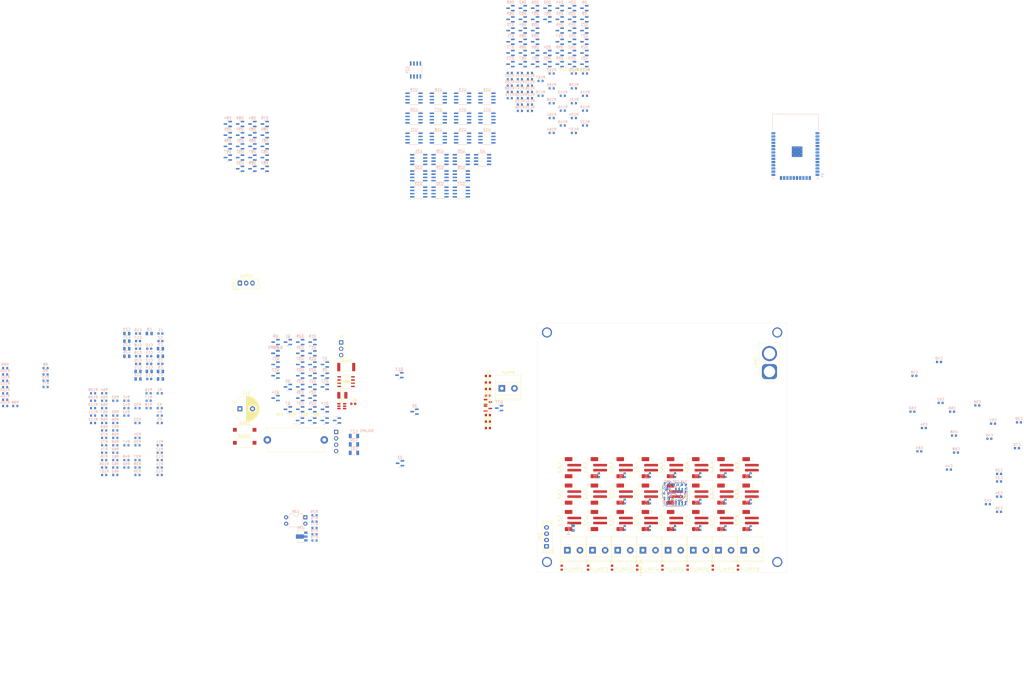
<source format=kicad_pcb>
(kicad_pcb (version 20221018) (generator pcbnew)
  (layers (0 "F.Cu" signal) (1 "In1.Cu" signal) (2 "In2.Cu" signal) (31 "B.Cu" signal) (34 "B.Paste" user) (35 "F.Paste" user) (36 "B.SilkS" user "B.Silkscreen") (37 "F.SilkS" user "F.Silkscreen") (38 "B.Mask" user) (39 "F.Mask" user) (44 "Edge.Cuts" user))
  (net 0 "")
  (net 1 "Net-(U4-IO0)")
  (net 2 "Net-(U4-EN)")
  (net 3 "12V")
  (net 5 "Net-(U6-VSENS-)")
  (net 6 "GND")
  (net 7 "Net-(S_A_1-Pin_1)")
  (net 8 "Net-(U10-CV)")
  (net 9 "Net-(D2-A)")
  (net 10 "Net-(D12-A)")
  (net 12 "3_3V")
  (net 13 "Temp")
  (net 15 "Net-(S_B_1-Pin_1)")
  (net 16 "Net-(D21-A)")
  (net 17 "Net-(U6-VAD)")
  (net 18 "Net-(U22-EN)")
  (net 19 "Net-(U22-BST)")
  (net 20 "Net-(U22-SW)")
  (net 21 "Net-(PUMP2-Pin_1)")
  (net 22 "PUMP_ENABLE")
  (net 23 "SENSORS_ENABLE")
  (net 24 "VCC_BATT")
  (net 25 "Net-(PUMP3-Pin_1)")
  (net 26 "Net-(PUMP4-Pin_1)")
  (net 27 "Net-(PUMP1-Pin_1)")
  (net 28 "Net-(PUMP5-Pin_1)")
  (net 29 "Net-(PUMP6-Pin_1)")
  (net 30 "Net-(PUMP7-Pin_1)")
  (net 31 "Net-(PUMP8-Pin_1)")
  (net 32 "SIGNAL_NEXT")
  (net 33 "SerialOut")
  (net 34 "Clock")
  (net 35 "Latch")
  (net 36 "Net-(Q1-G)")
  (net 37 "Net-(D13-A)")
  (net 38 "VCC")
  (net 40 "SOLAR_IN")
  (net 41 "Rsense+")
  (net 42 "ESP_RX")
  (net 43 "ESP_TX")
  (net 44 "Net-(Boot1-Pad2)")
  (net 45 "VCC_FUSED_ALWAYS")
  (net 46 "PWR_I2C")
  (net 47 "SDA")
  (net 48 "SCL")
  (net 50 "Net-(D26-A)")
  (net 51 "Net-(D10-K)")
  (net 52 "Net-(Q5-G)")
  (net 54 "Net-(Q7-G)")
  (net 55 "Net-(Q8-G)")
  (net 56 "Net-(Q9-G)")
  (net 57 "Net-(Q10-G)")
  (net 58 "Net-(Q11-G)")
  (net 59 "Net-(Q12-G)")
  (net 60 "Net-(Q12-D)")
  (net 61 "Net-(Q13-G)")
  (net 62 "Net-(Q14-G)")
  (net 63 "Net-(D78-A)")
  (net 64 "CentralPump")
  (net 65 "Net-(D79-A)")
  (net 66 "Net-(Q_PWR5-G)")
  (net 67 "Net-(C5-Pad2)")
  (net 68 "Net-(I2C2-A)")
  (net 70 "Net-(U11-CV)")
  (net 71 "Net-(D19-A)")
  (net 72 "PUMP1")
  (net 73 "Net-(PUMP_D1-A)")
  (net 74 "Net-(D23-A)")
  (net 75 "PUMP3")
  (net 76 "Net-(PUMP_D3-A)")
  (net 77 "Net-(D80-A)")
  (net 78 "Net-(R14-Pad2)")
  (net 79 "PUMP4")
  (net 80 "Net-(PUMP_D4-A)")
  (net 81 "PUMP5")
  (net 82 "Net-(PUMP_D5-A)")
  (net 83 "PUMP6")
  (net 84 "Net-(PUMP_D6-A)")
  (net 85 "PUMP7")
  (net 86 "Net-(PUMP_D7-A)")
  (net 87 "PUMP8")
  (net 88 "Net-(PUMP_D8-A)")
  (net 89 "PUMP2")
  (net 90 "Net-(PUMP_D2-A)")
  (net 110 "SIGNAL")
  (net 111 "SerialIn")
  (net 115 "SENSOR1_PUMP_END")
  (net 116 "SENSOR1_A")
  (net 117 "SENSOR1_B")
  (net 118 "SENSOR2_PUMP_END")
  (net 119 "SENSOR2_A")
  (net 120 "SENSOR2_B")
  (net 121 "SENSOR3_PUMP_END")
  (net 122 "SENSOR3_A")
  (net 123 "SENSOR3_B")
  (net 124 "SENSOR4_PUMP_END")
  (net 125 "SENSOR4_A")
  (net 126 "SENSOR4_B")
  (net 127 "SENSOR5_PUMP_END")
  (net 128 "SENSOR5_A")
  (net 129 "SENSOR5_B")
  (net 130 "SENSOR6_PUMP_END")
  (net 131 "SENSOR6_A")
  (net 132 "SENSOR6_B")
  (net 133 "SENSOR7_PUMP_END")
  (net 134 "SENSOR7_A")
  (net 135 "SENSOR7_B")
  (net 136 "SENSOR8_PUMP_END")
  (net 137 "SENSOR8_A")
  (net 138 "SENSOR8_B")
  (net 139 "Net-(D13-K)")
  (net 140 "Net-(R29-Pad2)")
  (net 141 "Net-(D10-A)")
  (net 142 "Net-(D2-K)")
  (net 143 "Net-(SD1-K)")
  (net 144 "Net-(S_P_2-Pin_1)")
  (net 145 "Net-(U12-CV)")
  (net 146 "Net-(S_A_2-Pin_1)")
  (net 147 "Net-(U13-CV)")
  (net 148 "Net-(U2-CV)")
  (net 149 "Net-(S_B_2-Pin_1)")
  (net 150 "Net-(U14-CV)")
  (net 151 "Net-(S_P_3-Pin_1)")
  (net 152 "Net-(U15-CV)")
  (net 153 "Net-(S_A_3-Pin_1)")
  (net 154 "Net-(U16-CV)")
  (net 155 "Net-(S_B_3-Pin_1)")
  (net 156 "Net-(U17-CV)")
  (net 157 "Net-(S_P_4-Pin_1)")
  (net 158 "Net-(U18-CV)")
  (net 159 "Net-(S_A_4-Pin_1)")
  (net 160 "Net-(U19-CV)")
  (net 161 "Net-(S_B_4-Pin_1)")
  (net 162 "Net-(U20-CV)")
  (net 163 "Net-(S_P_5-Pin_1)")
  (net 164 "Net-(U21-CV)")
  (net 165 "Net-(S_A_5-Pin_1)")
  (net 166 "Net-(U23-CV)")
  (net 167 "Net-(P_FAULT1-K)")
  (net 168 "Net-(P_FAULT2-K)")
  (net 169 "Net-(P_FAULT3-K)")
  (net 170 "Net-(P_FAULT4-K)")
  (net 171 "Net-(P_FAULT5-K)")
  (net 172 "Net-(P_FAULT6-K)")
  (net 173 "Net-(P_FAULT7-K)")
  (net 174 "Net-(P_FAULT8-K)")
  (net 175 "Net-(S_B_5-Pin_1)")
  (net 176 "Net-(U24-CV)")
  (net 177 "Net-(S_P_6-Pin_1)")
  (net 178 "Net-(U25-CV)")
  (net 179 "Net-(S_A_6-Pin_1)")
  (net 180 "Net-(U26-CV)")
  (net 181 "Net-(S_B_6-Pin_1)")
  (net 182 "Net-(U27-CV)")
  (net 183 "Net-(S_P_7-Pin_1)")
  (net 184 "Net-(U28-CV)")
  (net 185 "Net-(S_A_7-Pin_1)")
  (net 186 "Net-(U29-CV)")
  (net 187 "Net-(S_B_7-Pin_1)")
  (net 188 "Net-(U30-CV)")
  (net 189 "Net-(S_P_8-Pin_1)")
  (net 190 "Net-(U31-CV)")
  (net 191 "Net-(S_A_8-Pin_1)")
  (net 192 "Net-(U32-CV)")
  (net 193 "Net-(S_B_8-Pin_1)")
  (net 194 "Net-(U33-CV)")
  (net 195 "Net-(S_P_1-Pin_1)")
  (net 196 "Net-(S_P_1-Pin_2)")
  (net 197 "Net-(S_A_1-Pin_2)")
  (net 198 "Net-(S_B_1-Pin_2)")
  (net 199 "Net-(S_P_2-Pin_2)")
  (net 200 "Net-(S_A_2-Pin_2)")
  (net 201 "Net-(S_B_2-Pin_2)")
  (net 202 "Net-(S_P_3-Pin_2)")
  (net 203 "Net-(S_A_3-Pin_2)")
  (net 204 "Net-(S_B_3-Pin_2)")
  (net 205 "Net-(S_P_4-Pin_2)")
  (net 206 "Net-(S_A_4-Pin_2)")
  (net 207 "Net-(S_B_4-Pin_2)")
  (net 208 "Net-(S_P_5-Pin_2)")
  (net 209 "Net-(S_A_5-Pin_2)")
  (net 210 "Net-(S_B_5-Pin_2)")
  (net 211 "Net-(S_P_6-Pin_2)")
  (net 212 "Net-(S_A_6-Pin_2)")
  (net 213 "Net-(S_B_6-Pin_2)")
  (net 214 "Net-(S_P_7-Pin_2)")
  (net 215 "Net-(S_A_7-Pin_2)")
  (net 216 "Net-(S_B_7-Pin_2)")
  (net 217 "Net-(S_P_8-Pin_2)")
  (net 218 "Net-(S_A_8-Pin_2)")
  (net 219 "Net-(S_B_8-Pin_2)")
  (net 220 "Net-(D81-A)")
  (net 221 "Net-(SD25-K)")
  (net 223 "Net-(SD26-K)")
  (net 224 "Net-(D82-A)")
  (net 225 "Net-(SD27-K)")
  (net 227 "Net-(SD28-K)")
  (net 228 "Net-(D83-A)")
  (net 230 "Net-(SD29-K)")
  (net 231 "Net-(D84-A)")
  (net 232 "Net-(SD30-K)")
  (net 234 "Net-(SD31-K)")
  (net 235 "Net-(D85-A)")
  (net 236 "Net-(SD32-K)")
  (net 238 "Net-(SD33-K)")
  (net 239 "Net-(D86-A)")
  (net 240 "Net-(SD34-K)")
  (net 242 "Net-(SD35-K)")
  (net 243 "Net-(D87-A)")
  (net 244 "Net-(SD36-K)")
  (net 246 "Net-(SD37-K)")
  (net 247 "Net-(D88-A)")
  (net 248 "Net-(SD38-K)")
  (net 250 "Net-(SD39-K)")
  (net 251 "Net-(D89-A)")
  (net 252 "Net-(SD40-K)")
  (net 254 "Net-(SD41-K)")
  (net 255 "Net-(D90-A)")
  (net 256 "Net-(SD42-K)")
  (net 258 "Net-(SD43-K)")
  (net 259 "Net-(D91-A)")
  (net 260 "Net-(SD44-K)")
  (net 262 "Net-(SD45-K)")
  (net 263 "Net-(D92-A)")
  (net 264 "Net-(SD46-K)")
  (net 266 "Net-(SD47-K)")
  (net 291 "Net-(D74-K)")
  (net 292 "S_5V")
  (net 293 "Net-(D76-A)")
  (net 294 "Net-(R77-Pad2)")
  (net 295 "IsDay")
  (net 296 "Net-(R78-Pad2)")
  (net 297 "S_GND")
  (net 298 "S_VIN")
  (net 299 "Net-(D76-K)")
  (net 300 "Net-(D93-A)")
  (net 302 "Net-(D94-A)")
  (net 304 "Net-(D95-A)")
  (net 306 "Net-(D96-A)")
  (net 308 "Net-(D97-A)")
  (footprint "Button_Switch_SMD:SW_SPST_CK_RS282G05A3" (layer "F.Cu") (at 53.975 88.285)
    (fp_text reference "Reset1")
    (fp_text value "SW_Push")
  )
  (footprint "LED_SMD:LED_0603_1608Metric" (layer "F.Cu") (at 150.55 66.91)
    (fp_text reference "D10")
    (fp_text value "RED")
  )
  (footprint "Button_Switch_SMD:SW_SPST_CK_RS282G05A3" (layer "F.Cu") (at 53.975 83.135)
    (fp_text reference "Boot1")
    (fp_text value "Boot")
  )
  (footprint "Connector_JST:JST_PH_B2B-PH-SM4-TB_1x02-1MP_P2.00mm_Vertical" (layer "F.Cu") (at 224.83 119.17 90)
    (fp_text reference "S_P_5")
    (fp_text value "Conn_01x02_Male")
  )
  (footprint "Connector_AMASS:AMASS_XT60-M_1x02_P7.20mm_Vertical" (layer "F.Cu") (at 262.33 60.02 90)
    (fp_text reference "LIPO1")
    (fp_text value "Conn_01x02_Female")
  )
  (footprint "Connector_JST:JST_PH_B2B-PH-SM4-TB_1x02-1MP_P2.00mm_Vertical" (layer "F.Cu") (at 244.83 98.17 90)
    (fp_text reference "S_B_7")
    (fp_text value "Conn_01x02_Male")
  )
  (footprint "LED_SMD:LED_0603_1608Metric" (layer "F.Cu") (at 150.55 69.5)
    (fp_text reference "D13")
    (fp_text value "GREEN")
  )
  (footprint "Connector_JST:JST_PH_B2B-PH-SM4-TB_1x02-1MP_P2.00mm_Vertical" (layer "F.Cu") (at 254.83 108.67 90)
    (fp_text reference "S_A_8")
    (fp_text value "Conn_01x02_Male")
  )
  (footprint "Capacitor_THT:CP_Radial_D10.0mm_P5.00mm" (layer "F.Cu") (at 52.089646 74.785)
    (fp_text reference "C13")
    (fp_text value "1000uF")
  )
  (footprint "TerminalBlock_Phoenix:TerminalBlock_Phoenix_MKDS-1,5-2_1x02_P5.00mm_Horizontal" (layer "F.Cu") (at 232.08 130.975)
    (fp_text reference "PUMP6")
    (fp_text value "Conn_01x02")
  )
  (footprint "TerminalBlock_Phoenix:TerminalBlock_Phoenix_MKDS-1,5-2_1x02_P5.00mm_Horizontal" (layer "F.Cu") (at 242.08 130.975)
    (fp_text reference "PUMP7")
    (fp_text value "Conn_01x02")
  )
  (footprint "Package_TO_SOT_SMD:SOT-23" (layer "F.Cu") (at 150.55 72.09)
    (fp_text reference "D19")
    (fp_text value "BAT54S")
  )
  (footprint "TerminalBlock_Phoenix:TerminalBlock_Phoenix_MKDS-1,5-2_1x02_P5.00mm_Horizontal" (layer "F.Cu") (at 156.08 66.67)
    (fp_text reference "PUMP9")
    (fp_text value "Conn_01x02")
  )
  (footprint "Connector_JST:JST_PH_B2B-PH-SM4-TB_1x02-1MP_P2.00mm_Vertical" (layer "F.Cu") (at 194.58 98.17 90)
    (fp_text reference "S_B_2")
    (fp_text value "Conn_01x02_Male")
  )
  (footprint "LED_SMD:LED_0603_1608Metric" (layer "F.Cu") (at 150.55 79.86)
    (fp_text reference "D76")
    (fp_text value "YELLOW")
  )
  (footprint "Connector_JST:JST_EH_B3B-EH-A_1x03_P2.50mm_Vertical" (layer "F.Cu") (at 52.075 24.835)
    (fp_text reference "1WIRE1")
    (fp_text value "Conn_01x03")
  )
  (footprint "Connector_JST:JST_EH_B4B-EH-A_1x04_P2.50mm_Vertical" (layer "F.Cu") (at 173.83 129.42 90)
    (fp_text reference "I2C1")
    (fp_text value "Conn_01x04")
  )
  (footprint "LED_SMD:LED_0603_1608Metric" (layer "F.Cu") (at 150.55 61.73)
    (fp_text reference "D2")
    (fp_text value "YELLOW")
  )
  (footprint "Inductor_SMD:L_1210_3225Metric" (layer "F.Cu") (at 92.745 69.415)
    (fp_text reference "L1")
    (fp_text value "4.7uH")
  )
  (footprint "LED_SMD:LED_0603_1608Metric" (layer "F.Cu") (at 229.83 137.92 -90)
    (fp_text reference "PUMP_D6" hide)
    (fp_text value "BLUE")
  )
  (footprint "Connector_JST:JST_PH_B2B-PH-SM4-TB_1x02-1MP_P2.00mm_Vertical" (layer "F.Cu") (at 244.83 119.17 90)
    (fp_text reference "S_P_7")
    (fp_text value "Conn_01x02_Male")
  )
  (footprint "Connector_JST:JST_PH_B2B-PH-SM4-TB_1x02-1MP_P2.00mm_Vertical" (layer "F.Cu") (at 224.83 108.67 90)
    (fp_text reference "S_A_5")
    (fp_text value "Conn_01x02_Male")
  )
  (footprint "TerminalBlock_Phoenix:TerminalBlock_Phoenix_MKDS-1,5-2_1x02_P5.00mm_Horizontal" (layer "F.Cu") (at 222.08 130.975)
    (fp_text reference "PUMP5")
    (fp_text value "Conn_01x02")
  )
  (footprint "LED_SMD:LED_0603_1608Metric" (layer "F.Cu") (at 190.33 137.92 -90)
    (fp_text reference "PUMP_D2" hide)
    (fp_text value "BLUE")
  )
  (footprint "Connector_JST:JST_PH_B2B-PH-SM4-TB_1x02-1MP_P2.00mm_Vertical" (layer "F.Cu") (at 184.33 119.17 90)
    (fp_text reference "S_P_1")
    (fp_text value "Conn_01x02_Male")
  )
  (footprint "misc_footprints:ds2438az&plus_" (layer "F.Cu") (at 94.2246 63.9821)
    (fp_text reference "U6")
    (fp_text value "ds2438az+")
  )
  (footprint "TerminalBlock_Phoenix:TerminalBlock_Phoenix_MKDS-1,5-2_1x02_P5.00mm_Horizontal" (layer "F.Cu") (at 212.08 130.975)
    (fp_text reference "PUMP4")
    (fp_text value "Conn_01x02")
  )
  (footprint "LED_SMD:LED_0603_1608Metric" (layer "F.Cu") (at 179.83 137.92 -90)
    (fp_text reference "PUMP_D1" hide)
    (fp_text value "BLUE" hide)
  )
  (footprint "TerminalBlock_Phoenix:TerminalBlock_Phoenix_MKDS-1,5-2_1x02_P5.00mm_Horizontal" (layer "F.Cu") (at 192.08 130.975)
    (fp_text reference "PUMP2")
    (fp_text value "Conn_01x02")
  )
  (footprint "TerminalBlock_Phoenix:TerminalBlock_Phoenix_MKDS-1,5-2_1x02_P5.00mm_Horizontal" (layer "F.Cu") (at 252.08 130.975)
    (fp_text reference "PUMP8")
    (fp_text value "Conn_01x02")
  )
  (footprint "Connector_JST:JST_PH_B2B-PH-SM4-TB_1x02-1MP_P2.00mm_Vertical" (layer "F.Cu") (at 254.83 119.17 90)
    (fp_text reference "S_P_8")
    (fp_text value "Conn_01x02_Male")
  )
  (footprint "Connector_JST:JST_PH_B2B-PH-SM4-TB_1x02-1MP_P2.00mm_Vertical" (layer "F.Cu") (at 184.33 108.67 90)
    (fp_text reference "S_A_1")
    (fp_text value "Conn_01x02_Male")
  )
  (footprint "LED_SMD:LED_0603_1608Metric" (layer "F.Cu") (at 209.83 137.92 -90)
    (fp_text reference "PUMP_D4")
    (fp_text value "BLUE")
  )
  (footprint "Connector_JST:JST_PH_B2B-PH-SM4-TB_1x02-1MP_P2.00mm_Vertical" (layer "F.Cu") (at 234.83 98.17 90)
    (fp_text reference "S_B_6")
    (fp_text value "Conn_01x02_Male")
  )
  (footprint "Connector_JST:JST_PH_B2B-PH-SM4-TB_1x02-1MP_P2.00mm_Vertical" (layer "F.Cu") (at 194.58 119.17 90)
    (fp_text reference "S_P_2")
    (fp_text value "Conn_01x02_Male")
  )
  (footprint "LED_SMD:LED_0603_1608Metric" (layer "F.Cu") (at 239.83 137.92 -90)
    (fp_text reference "PUMP_D7" hide)
    (fp_text value "BLUE")
  )
  (footprint "Connector_PinSocket_2.54mm:PinSocket_1x04_P2.54mm_Vertical" (layer "F.Cu") (at 90.275 83.985)
    (fp_text reference "SOLAR1")
    (fp_text value "Conn_01x04")
  )
  (footprint "Connector_JST:JST_PH_B2B-PH-SM4-TB_1x02-1MP_P2.00mm_Vertical" (layer "F.Cu") (at 254.83 98.17 90)
    (fp_text reference "S_B_8")
    (fp_text value "Conn_01x02_Male")
  )
  (footprint "Connector_JST:JST_PH_B2B-PH-SM4-TB_1x02-1MP_P2.00mm_Vertical" (layer "F.Cu") (at 214.83 119.17 90)
    (fp_text reference "S_P_4")
    (fp_text value "Conn_01x02_Male")
  )
  (footprint "Connector_JST:JST_PH_B2B-PH-SM4-TB_1x02-1MP_P2.00mm_Vertical" (layer "F.Cu") (at 204.83 119.17 90)
    (fp_text reference "S_P_3")
    (fp_text value "Conn_01x02_Male")
  )
  (footprint "Connector_JST:JST_PH_B2B-PH-SM4-TB_1x02-1MP_P2.00mm_Vertical" (layer "F.Cu") (at 184.33 98.17 90)
    (fp_text reference "S_B_1")
    (fp_text value "Conn_01x02_Male")
  )
  (footprint "Connector_JST:JST_PH_B2B-PH-SM4-TB_1x02-1MP_P2.00mm_Vertical" (layer "F.Cu") (at 214.83 108.67 90)
    (fp_text reference "S_A_4")
    (fp_text value "Conn_01x02_Male")
  )
  (footprint "LED_SMD:LED_0603_1608Metric" (layer "F.Cu") (at 150.55 77.27)
    (fp_text reference "D74")
    (fp_text value "GREEN")
  )
  (footprint "Connector_JST:JST_PH_B2B-PH-SM4-TB_1x02-1MP_P2.00mm_Vertical" (layer "F.Cu") (at 224.83 98.17 90)
    (fp_text reference "S_B_5")
    (fp_text value "Conn_01x02_Male")
  )
  (footprint "LED_SMD:LED_0603_1608Metric" (layer "F.Cu") (at 199.83 137.92 -90)
    (fp_text reference "PUMP_D3" hide)
    (fp_text value "BLUE")
  )
  (footprint "Resistor_SMD:R_2512_6332Metric" (layer "F.Cu") (at 94.285 58.205)
    (fp_text reference "Shunt1")
    (fp_text value "0.025")
  )
  (footprint "LED_SMD:LED_0603_1608Metric" (layer "F.Cu") (at 150.55 82.45)
    (fp_text reference "D78")
    (fp_text value "BLUE")
  )
  (footprint "Connector_PinHeader_2.54mm:PinHeader_1x03_P2.54mm_Vertical" (layer "F.Cu") (at 92.265 48.385)
    (fp_text reference "J2")
    (fp_text value "Conn_01x03_Female")
  )
  (footprint "Connector_JST:JST_PH_B2B-PH-SM4-TB_1x02-1MP_P2.00mm_Vertical" (layer "F.Cu") (at 204.83 108.67 90)
    (fp_text reference "S_A_3")
    (fp_text value "Conn_01x02_Male")
  )
  (footprint "Package_TO_SOT_SMD:SOT-23" (layer "F.Cu") (at 150.55 74.68)
    (fp_text reference "D23")
    (fp_text value "BAT54S")
  )
  (footprint "Connector_JST:JST_PH_B2B-PH-SM4-TB_1x02-1MP_P2.00mm_Vertical" (layer "F.Cu") (at 234.83 108.67 90)
    (fp_text reference "S_A_6")
    (fp_text value "Conn_01x02_Male")
  )
  (footprint "TerminalBlock_Phoenix:TerminalBlock_Phoenix_MKDS-1,5-2_1x02_P5.00mm_Horizontal" (layer "F.Cu") (at 182.08 130.975)
    (fp_text reference "PUMP1")
    (fp_text value "Conn_01x02")
  )
  (footprint "Connector_JST:JST_PH_B2B-PH-SM4-TB_1x02-1MP_P2.00mm_Vertical" (layer "F.Cu") (at 194.58 108.67 90)
    (fp_text reference "S_A_2")
    (fp_text value "Conn_01x02_Male")
  )
  (footprint "TerminalBlock_Phoenix:TerminalBlock_Phoenix_MKDS-1,5-2_1x02_P5.00mm_Horizontal" (layer "F.Cu") (at 202.08 130.975)
    (fp_text reference "PUMP3")
    (fp_text value "Conn_01x02")
  )
  (footprint "LED_SMD:LED_0603_1608Metric" (layer "F.Cu") (at 219.83 137.92 -90)
    (fp_text reference "PUMP_D5" hide)
    (fp_text value "BLUE")
  )
  (footprint "LED_SMD:LED_0603_1608Metric" (layer "F.Cu") (at 249.83 137.92 -90)
    (fp_text reference "PUMP_D8" hide)
    (fp_text value "BLUE")
  )
  (footprint "Capacitor_SMD:C_0603_1608Metric" (layer "F.Cu") (at 97.095 72.775)
    (fp_text reference "C28")
    (fp_text value "100nF")
  )
  (footprint "Connector_JST:JST_PH_B2B-PH-SM4-TB_1x02-1MP_P2.00mm_Vertical" (layer "F.Cu") (at 214.83 98.17 90)
    (fp_text reference "S_B_4")
    (fp_text value "Conn_01x02_Male")
  )
  (footprint "Fuse:Fuseholder_Cylinder-5x20mm_Stelvio-Kontek_PTF78_Horizontal_Open" (layer "F.Cu") (at 62.975 87.135)
    (fp_text reference "F1")
    (fp_text value "Fuse")
  )
  (footprint "Connector_JST:JST_PH_B2B-PH-SM4-TB_1x02-1MP_P2.00mm_Vertical" (layer "F.Cu") (at 244.83 108.67 90)
    (fp_text reference "S_A_7")
    (fp_text value "Conn_01x02_Male")
  )
  (footprint "LED_SMD:LED_0603_1608Metric" (layer "F.Cu") (at 150.55 64.32)
    (fp_text reference "D4")
    (fp_text value "RED")
  )
  (footprint "Package_TO_SOT_SMD:TSOT-23-6" (layer "F.Cu") (at 92.515 73.745)
    (fp_text reference "U22")
    (fp_text value "AP63203")
  )
  (footprint "Connector_JST:JST_PH_B2B-PH-SM4-TB_1x02-1MP_P2.00mm_Vertical" (layer "F.Cu") (at 234.83 119.17 90)
    (fp_text reference "S_P_6")
    (fp_text value "Conn_01x02_Male")
  )
  (footprint "Connector_JST:JST_PH_B2B-PH-SM4-TB_1x02-1MP_P2.00mm_Vertical" (layer "F.Cu") (at 204.83 98.17 90)
    (fp_text reference "S_B_3")
    (fp_text value "Conn_01x02_Male")
  )
  (footprint "Resistor_SMD:R_0603_1608Metric" (layer "B.Cu") (at 11.42 80.42 180)
    (fp_text reference "R32")
    (fp_text value "1k")
  )
  (footprint "Package_TO_SOT_SMD:SOT-23" (layer "B.Cu") (at 85.795478 61.635 180)
    (fp_text reference "D9")
    (fp_text value "BAT54S")
  )
  (footprint "Resistor_SMD:R_0603_1608Metric" (layer "B.Cu") (at 167.23 -56.15 180)
    (fp_text reference "R120")
    (fp_text value "1k")
  )
  (footprint "Package_TO_SOT_SMD:SOT-23" (layer "B.Cu") (at 179.06 -71.04 180)
    (fp_text reference "D47")
    (fp_text value "BAT54S")
  )
  (footprint "Package_TO_SOT_SMD:SOT-23" (layer "B.Cu") (at 75.944048 79.435 180)
    (fp_text reference "Q8")
    (fp_text value "N-channel 30V 5A")
  )
  (footprint "Package_SO:SO-8_3.9x4.9mm_P1.27mm" (layer "B.Cu") (at 150.155 -32.785 180)
    (fp_text reference "U12")
    (fp_text value "TLC555xP")
  )
  (footprint "Capacitor_SMD:C_0603_1608Metric" (layer "B.Cu") (at 334.83 75.92 180)
    (fp_text reference "C66")
    (fp_text value "100n")
  )
  (footprint "Package_TO_SOT_SMD:SOT-23" (layer "B.Cu") (at 52.1575 -38.38 180)
    (fp_text reference "D89")
    (fp_text value "BAT54S")
  )
  (footprint "Capacitor_SMD:C_0603_1608Metric" (layer "B.Cu") (at 20.53 47.88 180)
    (fp_text reference "C2")
    (fp_text value "100n")
  )
  (footprint "Resistor_SMD:R_0603_1608Metric" (layer "B.Cu") (at 20.24 92.22 180)
    (fp_text reference "R12")
    (fp_text value "2k2")
  )
  (footprint "Capacitor_SMD:C_0805_2012Metric" (layer "B.Cu") (at 20.53 59.92 180)
    (fp_text reference "C6")
    (fp_text value "22uf")
  )
  (footprint "Package_SO:SO-8_3.9x4.9mm_P1.27mm" (layer "B.Cu") (at 139.98 -11.34 180)
    (fp_text reference "U27")
    (fp_text value "TLC555xP")
  )
  (footprint "Resistor_SMD:R_0603_1608Metric" (layer "B.Cu") (at 167.23 -46.11 180)
    (fp_text reference "R132")
    (fp_text value "1k")
  )
  (footprint "Capacitor_SMD:C_0603_1608Metric" (layer "B.Cu") (at 360.58 90.42 180)
    (fp_text reference "C70")
    (fp_text value "100n")
  )
  (footprint "Resistor_SMD:R_0603_1608Metric" (layer "B.Cu") (at -41.11881 73.67 180)
    (fp_text reference "R105")
    (fp_text value "1k")
  )
  (footprint "Package_TO_SOT_SMD:SOT-23" (layer "B.Cu") (at 80.905478 57.185 180)
    (fp_text reference "D18")
    (fp_text value "BAT54S")
  )
  (footprint "Capacitor_SMD:C_0603_1608Metric" (layer "B.Cu") (at 244.83 101.12 -90)
    (fp_text reference "C63")
    (fp_text value "100n")
  )
  (footprint "Capacitor_SMD:C_0603_1608Metric" (layer "B.Cu") (at 361.38 80.17 180)
    (fp_text reference "C38")
    (fp_text value "100n")
  )
  (footprint "Capacitor_SMD:C_0805_2012Metric" (layer "B.Cu") (at 16.08 44.87 180)
    (fp_text reference "C8")
    (fp_text value "22uf")
  )
  (footprint "Resistor_SMD:R_0603_1608Metric" (layer "B.Cu") (at 2.6 98.12 180)
    (fp_text reference "R62")
    (fp_text value "10k")
  )
  (footprint "Package_TO_SOT_SMD:SOT-23" (layer "B.Cu") (at 174.17 -84.39 180)
    (fp_text reference "D50")
    (fp_text value "BAT54S")
  )
  (footprint "Resistor_SMD:R_0603_1608Metric" (layer "B.Cu") (at 163.22 -51.13 180)
    (fp_text reference "R147")
    (fp_text value "1k")
  )
  (footprint "Package_TO_SOT_SMD:SOT-23" (layer "B.Cu") (at 174.17 -79.94 180)
    (fp_text reference "D51")
    (fp_text value "BAT54S")
  )
  (footprint "Capacitor_SMD:C_0603_1608Metric" (layer "B.Cu") (at 254.83 101.12 -90)
    (fp_text reference "C69")
    (fp_text value "100n")
  )
  (footprint "Package_TO_SOT_SMD:SOT-23" (layer "B.Cu") (at 76.015478 70.535 180)
    (fp_text reference "D36")
    (fp_text value "BAT54S")
  )
  (footprint "Resistor_SMD:R_0603_1608Metric" (layer "B.Cu") (at 2.6 95.17 180)
    (fp_text reference "R61")
    (fp_text value "1k")
  )
  (footprint "Resistor_SMD:R_0603_1608Metric" (layer "B.Cu") (at 20.24 80.42 180)
    (fp_text reference "R5")
    (fp_text value "5k")
  )
  (footprint "Resistor_SMD:R_0603_1608Metric" (layer "B.Cu") (at 163.22 -53.64 180)
    (fp_text reference "R144")
    (fp_text value "1k")
  )
  (footprint "Resistor_SMD:R_0603_1608Metric" (layer "B.Cu") (at 15.83 71.57 180)
    (fp_text reference "R17")
    (fp_text value "1k")
  )
  (footprint "Package_TO_SOT_SMD:SOT-23" (layer "B.Cu") (at 52.1575 -33.93 180)
    (fp_text reference "D90")
    (fp_text value "BAT54S")
  )
  (footprint "Package_TO_SOT_SMD:SOT-23" (layer "B.Cu") (at 183.95 -62.14 180)
    (fp_text reference "D43")
    (fp_text value "BAT54S")
  )
  (footprint "RF_Module:ESP32-WROOM-32" (layer "B.Cu") (at 272.625 -26.445 180)
    (fp_text reference "U4")
    (fp_text value "ESP32-WROOM-32D")
  )
  (footprint "Capacitor_SMD:C_0603_1608Metric" (layer "B.Cu") (at 335.58 85.42 180)
    (fp_text reference "C58")
    (fp_text value "100n")
  )
  (footprint "Capacitor_SMD:C_0603_1608Metric" (layer "B.Cu") (at 224.83 101.12 -90)
    (fp_text reference "C51")
    (fp_text value "100n")
  )
  (footprint "Package_TO_SOT_SMD:SOT-23" (layer "B.Cu") (at 47.2675 -38.38 180)
    (fp_text reference "D94")
    (fp_text value "BAT54S")
  )
  (footprint "Resistor_SMD:R_0603_1608Metric" (layer "B.Cu") (at 7.01 71.57 180)
    (fp_text reference "R41")
    (fp_text value "1k")
  )
  (footprint "Resistor_SMD:R_0603_1608Metric" (layer "B.Cu") (at 7.01 95.17 180)
    (fp_text reference "R49")
    (fp_text value "1k")
  )
  (footprint "Capacitor_SMD:C_0603_1608Metric" (layer "B.Cu") (at 349.03 112.68 180)
    (fp_text reference "C42")
    (fp_text value "100n")
  )
  (footprint "Resistor_SMD:R_0603_1608Metric" (layer "B.Cu") (at 2.6 92.22 180)
    (fp_text reference "R60")
    (fp_text value "5k")
  )
  (footprint "Capacitor_SMD:C_0603_1608Metric" (layer "B.Cu") (at 244.83 111.67 -90)
    (fp_text reference "C61")
    (fp_text value "100n")
  )
  (footprint "Capacitor_SMD:C_0603_1608Metric" (layer "B.Cu") (at 349.63 86.67 180)
    (fp_text reference "C46")
    (fp_text value "100n")
  )
  (footprint "Resistor_SMD:R_0603_1608Metric" (layer "B.Cu") (at 2.6 83.37 180)
    (fp_text reference "R57")
    (fp_text value "5k")
  )
  (footprint "Resistor_SMD:R_0603_1608Metric" (layer "B.Cu") (at -41.11881 63.63 180)
    (fp_text reference "R101")
    (fp_text value "1k")
  )
  (footprint "Capacitor_SMD:C_0603_1608Metric" (layer "B.Cu") (at 11.63 56.91 180)
    (fp_text reference "C20")
    (fp_text value "100n")
  )
  (footprint "Package_TO_SOT_SMD:SOT-23" (layer "B.Cu") (at 164.39 -66.59 180)
    (fp_text reference "D66")
    (fp_text value "BAT54S")
  )
  (footprint "Package_TO_SOT_SMD:SOT-23" (layer "B.Cu") (at 76.015478 52.735 180)
    (fp_text reference "D30")
    (fp_text value "BAT54S")
  )
  (footprint "Capacitor_SMD:C_1206_3216Metric" (layer "B.Cu") (at 97.355 92.27 180)
    (fp_text reference "C31")
    (fp_text value "22uF")
  )
  (footprint "Resistor_SMD:R_0603_1608Metric" (layer "B.Cu") (at 2.6 80.42 180)
    (fp_text reference "R56")
    (fp_text value "10k")
  )
  (footprint "Resistor_SMD:R_0603_1608Metric" (layer "B.Cu") (at 81.690356 117.075 180)
    (fp_text reference "R29")
    (fp_text value "1k")
  )
  (footprint "Package_TO_SOT_SMD:SOT-23" (layer "B.Cu") (at 80.834048 79.435 180)
    (fp_text reference "D38")
    (fp_text value "BAT54S")
  )
  (footprint "Resistor_SMD:R_0603_1608Metric" (layer "B.Cu") (at 11.42 89.27 180)
    (fp_text reference "R35")
    (fp_text value "1k")
  )
  (footprint "Resistor_SMD:R_0603_1608Metric" (layer "B.Cu") (at 81.690356 119.585 180)
    (fp_text reference "R75")
    (fp_text value "1k")
  )
  (footprint "Package_TO_SOT_SMD:SOT-23" (layer "B.Cu") (at 85.795478 66.085 180)
    (fp_text reference "D12")
    (fp_text value "BAT54S")
  )
  (footprint "Resistor_SMD:R_0603_1608Metric" (layer "B.Cu") (at 221.33 108.42 180)
    (fp_text reference "R140")
    (fp_text value "1k")
  )
  (footprint "Package_DIP:DIP-4_W7.62mm" (layer "B.Cu") (at 78.060356 117.895 180)
    (fp_text reference "U36")
    (fp_text value "PC817")
  )
  (footprint "Capacitor_SMD:C_0805_2012Metric" (layer "B.Cu") (at 16.08 59.92 180)
    (fp_text reference "C14")
    (fp_text value "22uf")
  )
  (footprint "Resistor_SMD:R_0603_1608Metric" (layer "B.Cu") (at 184.67 -40.74 180)
    (fp_text reference "R134")
    (fp_text value "1k")
  )
  (footprint "Resistor_SMD:R_0603_1608Metric" (layer "B.Cu") (at 175.85 -40.74 180)
    (fp_text reference "R161")
    (fp_text value "1k")
  )
  (footprint "Resistor_SMD:R_0603_1608Metric" (layer "B.Cu") (at 20.24 74.52 180)
    (fp_text reference "R3")
    (fp_text value "10k")
  )
  (footprint "Resistor_SMD:R_0603_1608Metric" (layer "B.Cu") (at 15.83 74.52 180)
    (fp_text reference "R18")
    (fp_text value "270")
  )
  (footprint "Package_TO_SOT_SMD:SOT-23" (layer "B.Cu") (at 159.5 -84.39 180)
    (fp_text reference "D68")
    (fp_text value "BAT54S")
  )
  (footprint "Resistor_SMD:R_0603_1608Metric" (layer "B.Cu") (at 159.21 -56.15 180)
    (fp_text reference "R162")
    (fp_text value "1k")
  )
  (footprint "Package_SO:SO-8_3.9x4.9mm_P1.27mm" (layer "B.Cu") (at 139.98 -24.24 180)
    (fp_text reference "U25")
    (fp_text value "TLC555xP")
  )
  (footprint "Resistor_SMD:R_0603_1608Metric" (layer "B.Cu") (at 11.42 101.07 180)
    (fp_text reference "R39")
    (fp_text value "1k")
  )
  (footprint "Package_TO_SOT_SMD:SOT-23" (layer "B.Cu") (at 76.015478 66.085 180)
    (fp_text reference "D35")
    (fp_text value "BAT54S")
  )
  (footprint "Package_TO_SOT_SMD:SOT-23" (layer "B.Cu") (at 66.235478 52.735 180)
    (fp_text reference "Q10")
    (fp_text value "N-channel 30V 5A")
  )
  (footprint "Package_SO:SO-8_3.9x4.9mm_P1.27mm" (layer "B.Cu") (at 121.205 -40.735 180)
    (fp_text reference "U20")
    (fp_text value "TLC555xP")
  )
  (footprint "Capacitor_SMD:C_0603_1608Metric" (layer "B.Cu") (at 228.33 104.92)
    (fp_text reference "C49")
    (fp_text value "100n")
  )
  (footprint "Resistor_SMD:R_0603_1608Metric" (layer "B.Cu") (at 180.26 -49.59 180)
    (fp_text reference "R143")
    (fp_text value "1k")
  )
  (footprint "Resistor_SMD:R_0603_1608Metric" (layer "B.Cu") (at -6.22 74.52 180)
    (fp_text reference "R110")
    (fp_text value "1k")
  )
  (footprint "Resistor_SMD:R_0603_1608Metric" (layer "B.Cu") (at -1.81 98.12 180)
    (fp_text reference "R106")
    (fp_text value "2.2Ohm (90mW loss)")
  )
  (footprint "Resistor_SMD:R_0603_1608Metric" (layer "B.Cu") (at 163.22 -56.15 180)
    (fp_text reference "R141")
    (fp_text value "1k")
  )
  (footprint "Resistor_SMD:R_0603_1608Metric" (layer "B.Cu") (at 167.23 -51.13 180)
    (fp_text reference "R126")
    (fp_text value "1k")
  )
  (footprint "Package_SO:SO-8_3.9x4.9mm_P1.27mm" (layer "B.Cu") (at 130.855 -48.685 180)
    (fp_text reference "U16")
    (fp_text value "TLC555xP")
  )
  (footprint "Capacitor_SMD:C_0805_2012Metric" (layer "B.Cu") (at 7.18 47.88 180)
    (fp_text reference "C24")
    (fp_text value "22uf")
  )
  (footprint "Resistor_SMD:R_0603_1608Metric" (layer "B.Cu") (at -6.22 71.57 180)
    (fp_text reference "R109")
    (fp_text value "5k")
  )
  (footprint "Resistor_SMD:R_0603_1608Metric" (layer "B.Cu") (at -41.11881 68.65 180)
    (fp_text reference "R103")
    (fp_text value "1k")
  )
  (footprint "Resistor_SMD:R_0603_1608Metric" (layer "B.Cu") (at 163.22 -43.6 180)
    (fp_text reference "R156")
    (fp_text value "1k")
  )
  (footprint "Capacitor_SMD:C_1206_3216Metric" (layer "B.Cu") (at 97.355 85.57 180)
    (fp_text reference "C27")
    (fp_text value "10uF")
  )
  (footprint "Resistor_SMD:R_0603_1608Metric" (layer "B.Cu") (at 175.85 -34.84 180)
    (fp_text reference "R164")
    (fp_text value "1k")
  )
  (footprint "Resistor_SMD:R_0603_1608Metric" (layer "B.Cu") (at 7.01 98.12 180)
    (fp_text reference "R50")
    (fp_text value "10k")
  )
  (footprint "Package_TO_SOT_SMD:SOT-23" (layer "B.Cu") (at 221.58 111.3575 -90)
    (fp_text reference "D52")
    (fp_text value "BAT54S")
  )
  (footprint "Package_TO_SOT_SMD:SOT-23" (layer "B.Cu") (at 57.0475 -25.03 180)
    (fp_text reference "D87")
    (fp_text value "BAT54S")
  )
  (footprint "Resistor_SMD:R_0603_1608Metric" (layer "B.Cu") (at 163.22 -58.66 180)
    (fp_text reference "R138")
    (fp_text value "1k")
  )
  (footprint "Package_SO:SO-8_3.9x4.9mm_P1.27mm" (layer "B.Cu") (at 227.08 109.67 90)
    (fp_text reference "U23")
    (fp_text value "TLC555xP")
  )
  (footprint "Package_TO_SOT_SMD:SOT-23" (layer "B.Cu") (at 115.3925 61.42 180)
    (fp_text reference "Q13")
    (fp_text value "N-channel 30V 5A")
  )
  (footprint "Resistor_SMD:R_0603_1608Metric" (layer "B.Cu") (at -6.22 68.62 180)
    (fp_text reference "R108")
    (fp_text value "10k")
  )
  (footprint "Package_SO:SO-8_3.9x4.9mm_P1.27mm" (layer "B.Cu") (at 121.205 -48.685 180)
    (fp_text reference "U19")
    (fp_text value "TLC555xP")
  )
  (footprint "Resistor_SMD:R_0603_1608Metric" (layer "B.Cu") (at 163.22 -46.11 180)
    (fp_text reference "R153")
    (fp_text value "1k")
  )
  (footprint "Package_TO_SOT_SMD:SOT-23" (layer "B.Cu") (at 169.28 -84.39 180)
    (fp_text reference "D56")
    (fp_text value "BAT54S")
  )
  (footprint "Package_TO_SOT_SMD:SOT-23" (layer "B.Cu") (at 115.6425 96.42 180)
    (fp_text reference "D3")
    (fp_text value "BAT54S")
  )
  (footprint "Capacitor_SMD:C_0805_2012Metric" (layer "B.Cu") (at 184.33 122.17 -90)
    (fp_text reference "CTimer1")
    (fp_text value "100n")
  )
  (footprint "Package_SO:SO-8_3.9x4.9mm_P1.27mm" (layer "B.Cu") (at 140.505 -48.685 180)
    (fp_text reference "U13")
    (fp_text value "TLC555xP")
  )
  (footprint "Resistor_SMD:R_0603_1608Metric" (layer "B.Cu") (at 20.24 101.07 180)
    (fp_text reference "R15")
    (fp_text value "1k")
  )
  (footprint "Package_TO_SOT_SMD:SOT-23" (layer "B.Cu") (at 57.0475 -38.38 180)
    (fp_text reference "D84")
    (fp_text value "BAT54S")
  )
  (footprint "Package_TO_SOT_SMD:SOT-23" (layer "B.Cu") (at 188.84 -84.39 180)
    (fp_text reference "D6")
    (fp_text value "BAT54S")
  )
  (footprint "Capacitor_SMD:C_0603_1608Metric" (layer "B.Cu") (at 254.83 122.17 -90)
    (fp_text reference "C65")
    (fp_text value "100n")
  )
  (footprint "Package_TO_SOT_SMD:SOT-23" (layer "B.Cu") (at 169.28 -75.49 180)
    (fp_text reference "D58")
    (fp_text value "BAT54S")
  )
  (footprint "Package_TO_SOT_SMD:SOT-23" (layer "B.Cu") (at 66.235478 48.285 180)
    (fp_text reference "Q9")
    (fp_text value "N-channel 30V 5A")
  )
  (footprint "Package_TO_SOT_SMD:SOT-23" (layer "B.Cu") (at 66.235478 57.185 180)
    (fp_text reference "Q11")
    (fp_text value "N-channel 30V 5A")
  )
  (footprint "Capacitor_SMD:C_0603_1608Metric" (layer "B.Cu") (at 353.48 109.67 180)
    (fp_text reference "C34")
    (fp_text value "100n")
  )
  (footprint "Resistor_SMD:R_0603_1608Metric" (layer "B.Cu") (at 2.6 86.32 180)
    (fp_text reference "R58")
    (fp_text value "1k")
  )
  (footprint "Package_TO_SOT_SMD:SOT-23" (layer "B.Cu") (at 80.905478 74.985 180)
    (fp_text reference "D25")
    (fp_text value "BAT54S")
  )
  (footprint "Package_SO:SO-8_3.9x4.9mm_P1.27mm" (layer "B.Cu") (at 123.08 -17.79 180)
    (fp_text reference "U32")
    (fp_text value "TLC555xP")
  )
  (footprint "Capacitor_SMD:C_0603_1608Metric" (layer "B.Cu") (at 214.83 111.62 -90)
    (fp_text reference "C43")
    (fp_text value "100n")
  )
  (footprint "Resistor_SMD:R_0603_1608Metric" (layer "B.Cu") (at 81.690356 124.605 180)
    (fp_text reference "R78")
    (fp_text value "1k")
  )
  (footprint "Resistor_SMD:R_0603_1608Metric" (layer "B.Cu") (at 2.6 89.27 180)
    (fp_text reference "R59")
    (fp_text value "10k")
  )
  (footprint "Resistor_SMD:R_0603_1608Metric" (layer "B.Cu") (at 171.44 -49.59 180)
    (fp_text reference "R170")
    (fp_text value "1k")
  )
  (footprint "Package_SO:SO-8_3.9x4.9mm_P1.27mm" (layer "B.Cu") (at 130.855 -40.735 180)
    (fp_text reference "U17")
    (fp_text value "TLC555xP")
  )
  (footprint "Resistor_SMD:R_0603_1608Metric" (layer "B.Cu") (at 20.24 77.47 180)
    (fp_text reference "R4")
    (fp_text value "1k")
  )
  (footprint "Capacitor_SMD:C_0603_1608Metric" (layer "B.Cu") (at 20.53 44.87 180)
    (fp_text reference "C1")
    (fp_text value "100n")
  )
  (footprint "Capacitor_SMD:C_0805_2012Metric" (layer "B.Cu") (at 20.53 62.93 180)
    (fp_text reference "C7")
    (fp_text value "22uf")
  )
  (footprint "Resistor_SMD:R_0603_1608Metric" (layer "B.Cu") (at 189.08 -43.69 180)
    (fp_text reference "R119")
    (fp_text value "1k")
  )
  (footprint "Package_SO:SO-8_3.9x4.9mm_P1.27mm" (layer "B.Cu") (at 150.155 -48.685 180)
    (fp_text reference "U10")
    (fp_text value "TLC555xP")
  )
  (footprint "Resistor_SMD:R_0603_1608Metric" (layer "B.Cu") (at 81.690356 127.115 180)
    (fp_text reference "R79")
    (fp_text value "10k")
  )
  (footprint "Package_TO_SOT_SMD:SOT-23" (layer "B.Cu") (at 188.84 -71.04 180)
    (fp_text reference "D27")
    (fp_text value "BAT54S")
  )
  (footprint "Package_TO_SOT_SMD:SOT-23" (layer "B.Cu") (at 57.0475 -29.48 180)
    (fp_text reference "D86")
    (fp_text value "BAT54S")
  )
  (footprint "Package_SO:SO-8_3.9x4.9mm_P1.27mm" (layer "B.Cu") (at 123.08 -24.24 180)
    (fp_text reference "U31")
    (fp_text value "TLC555xP")
  )
  (footprint "Resistor_SMD:R_0603_1608Metric" (layer "B.Cu") (at 11.42 98.12 180)
    (fp_text reference "R38")
    (fp_text value "10k")
  )
  (footprint "Resistor_SMD:R_0603_1608Metric" (layer "B.Cu") (at 20.24 68.62 180)
    (fp_text reference "R1")
    (fp_text value "2k2")
  )
  (footprint "Package_TO_SOT_SMD:SOT-23" (layer "B.Cu") (at 169.28 -66.59 180)
    (fp_text reference "D60")
    (fp_text value "BAT54S")
  )
  (footprint "Package_TO_SOT_SMD:SOT-23" (layer "B.Cu") (at 61.9375 -33.93 180)
    (fp_text reference "D80")
    (fp_text value "BAT54S")
  )
  (footprint "Capacitor_SMD:C_0603_1608Metric" (layer "B.Cu") (at 204.83 122.12 -90)
    (fp_text reference "C35")
    (fp_text value "100n")
  )
  (footprint "Package_TO_SOT_SMD:SOT-23" (layer "B.Cu") (at 61.9375 -20.58 180)
    (fp_text reference "D83")
    (fp_text value "BAT54S")
  )
  (footprint "Package_TO_SOT_SMD:SOT-23" (layer "B.Cu") (at 183.95 -71.04 180)
    (fp_text reference "D41")
    (fp_text value "BAT54S")
  )
  (footprint "Resistor_SMD:R_0603_1608Metric" (layer "B.Cu") (at 184.67 -52.54 180)
    (fp_text reference "R128")
    (fp_text value "1k")
  )
  (footprint "Capacitor_SMD:C_0603_1608Metric" (layer "B.Cu") (at 225.08 104.92)
    (fp_text reference "C50")
    (fp_text value "100n")
  )
  (footprint "Package_TO_SOT_SMD:SOT-23" (layer "B.Cu") (at 183.95 -66.59 180)
    (fp_text reference "D42")
    (fp_text value "BAT54S")
  )
  (footprint "Package_TO_SOT_SMD:SOT-23" (layer "B.Cu") (at 169.28 -79.94 180)
    (fp_text reference "D57")
    (fp_text value "BAT54S")
  )
  (footprint "Capacitor_SMD:C_0805_2012Metric" (layer "B.Cu") (at 20.53 50.89 180)
    (fp_text reference "C3")
    (fp_text value "22uf")
  )
  (footprint "Package_TO_SOT_SMD:SOT-23" (layer "B.Cu") (at 164.39 -75.49 180)
    (fp_text reference "D64")
    (fp_text value "BAT54S")
  )
  (footprint "Capacitor_SMD:C_0603_1608Metric" (layer "B.Cu") (at 11.63 44.87 180)
    (fp_text reference "C16")
    (fp_text value "100n")
  )
  (footprint "Package_TO_SOT_SMD:SOT-23" (layer "B.Cu") (at 80.905478 52.735 180)
    (fp_text reference "D17")
    (fp_text value "BAT54S")
  )
  (footprint "Resistor_SMD:R_0603_1608Metric" (layer "B.Cu") (at -1.81 83.37 180)
    (fp_text reference "R69")
    (fp_text value "5k")
  )
  (footprint "Package_SO:SO-8_3.9x4.9mm_P1.27mm" (layer "B.Cu") (at 131.53 -24.24 180)
    (fp_text reference "U28")
    (fp_text value "TLC555xP")
  )
  (footprint "Package_TO_SOT_SMD:SOT-23" (layer "B.Cu") (at 66.235478 70.535 180)
    (fp_text reference "Q14")
    (fp_text value "N-channel 30V 5A")
  )
  (footprint "Resistor_SMD:R_0603_1608Metric" (layer "B.Cu") (at 159.21 -53.64 180)
    (fp_text reference "R165")
    (fp_text value "1k")
  )
  (footprint "Resistor_SMD:R_0603_1608Metric" (layer "B.Cu") (at 189.08 -37.79 180)
    (fp_text reference "R122")
    (fp_text value "1k")
  )
  (footprint "Package_TO_SOT_SMD:SOT-23" (layer "B.Cu") (at 164.39 -62.14 180)
    (fp_text reference "D67")
    (fp_text value "BAT54S")
  )
  (footprint "Package_TO_SOT_SMD:SOT-23" (layer "B.Cu") (at 80.905478 48.285 180)
    (fp_text reference "D16")
    (fp_text value "BAT54S")
  )
  (footprint "Package_TO_SOT_SMD:SOT-23" (layer "B.Cu") (at 188.84 -75.49 180)
    (fp_text reference "D22")
    (fp_text value "BAT54S")
  )
  (footprint "Package_TO_SOT_SMD:SOT-23" (layer "B.Cu") (at 57.0475 -33.93 180)
    (fp_text reference "D85")
    (fp_text value "BAT54S")
  )
  (footprint "Capacitor_SMD:C_0603_1608Metric" (layer "B.Cu") (at 353.48 103.65 180)
    (fp_text reference "C32")
    (fp_text value "100n")
  )
  (footprint "Resistor_SMD:R_0603_1608Metric" (layer "B.Cu") (at 7.01 77.47 180)
    (fp_text reference "R43")
    (fp_text value "1k")
  )
  (footprint "Package_TO_SOT_SMD:SOT-23" (layer "B.Cu") (at 155 74.52 180)
    (fp_text reference "D77")
    (fp_text value "BAT54S")
  )
  (footprint "Package_SO:SO-8_3.9x4.9mm_P1.27mm" (layer "B.Cu") (at 140.505 -32.785 180)
    (fp_text reference "U15")
    (fp_text value "TLC555xP")
  )
  (footprint "Resistor_SMD:R_0603_1608Metric" (layer "B.Cu") (at 167.23 -58.66 180)
    (fp_text reference "R117")
    (fp_text value "1k")
  )
  (footprint "Package_TO_SOT_SMD:SOT-23" (layer "B.Cu") (at 188.84 -79.94 180)
    (fp_text reference "D8")
    (fp_text value "BAT54S")
  )
  (footprint "Resistor_SMD:R_0603_1608Metric" (layer "B.Cu") (at 11.42 74.52 180)
    (fp_text reference "R30")
    (fp_text value "100k")
  )
  (footprint "Resistor_SMD:R_0603_1608Metric" (layer "B.Cu") (at 7.01 74.52 180)
    (fp_text reference "R42")
    (fp_text value "1k")
  )
  (footprint "Resistor_SMD:R_0603_1608Metric" (layer "B.Cu") (at -1.81 101.07 180)
    (fp_text reference "R107")
    (fp_text value "1k")
  )
  (footprint "Capacitor_SMD:C_0603_1608Metric" (layer "B.Cu") (at 234.83 111.67 -90)
    (fp_text reference "C55")
    (fp_text value "100n")
  )
  (footprint "Package_TO_SOT_SMD:SOT-23" (layer "B.Cu") (at 61.9375 -38.38 180)
    (fp_text reference "D79")
    (fp_text value "BAT54S")
  )
  (footprint "Package_TO_SOT_SMD:SOT-23" (layer "B.Cu") (at 76.015478 48.285 180)
    (fp_text reference "D28")
    (fp_text value "BAT54S")
  )
  (footprint "Package_TO_SOT_SMD:SOT-23" (layer "B.Cu") (at 183.95 -75.49 180)
    (fp_text reference "D40")
    (fp_text value "BAT54S")
  )
  (footprint "Package_TO_SOT_SMD:SOT-23" (layer "B.Cu") (at 76.015478 61.635 180)
    (fp_text reference "D33")
    (fp_text value "BAT54S")
  )
  (footprint "Package_TO_SOT_SMD:SOT-23" (layer "B.Cu") (at 52.1575 -25.03 180)
    (fp_text reference "D92")
    (fp_text value "BAT54S")
  )
  (footprint "Package_TO_SOT_SMD:SOT-23" (layer "B.Cu") (at 188.84 -66.59 180)
    (fp_text reference "D29")
    (fp_text value "BAT54S")
  )
  (footprint "Resistor_SMD:R_0603_1608Metric" (layer "B.Cu") (at -1.81 80.42 180)
    (fp_text reference "R68")
    (fp_text value "10k")
  )
  (footprint "Resistor_SMD:R_0603_1608Metric" (layer "B.Cu") (at 163.22 -48.62 180)
    (fp_text reference "R150")
    (fp_text value "1k")
  )
  (footprint "Resistor_SMD:R_0603_1608Metric" (layer "B.Cu") (at 167.23 -53.64 180)
    (fp_text reference "R123")
    (fp_text value "1k")
  )
  (footprint "Package_SO:SO-8_3.9x4.9mm_P1.27mm" (layer "B.Cu") (at 131.53 -11.34 180)
    (fp_text reference "U30")
    (fp_text value "TLC555xP")
  )
  (footprint "Resistor_SMD:R_0603_1608Metric" (layer "B.Cu") (at 11.42 86.32 180)
    (fp_text reference "R34")
    (fp_text value "1k")
  )
  (footprint "Package_SO:SO-8_3.9x4.9mm_P1.27mm" (layer "B.Cu") (at 131.53 -17.79 180)
    (fp_text reference "U29")
    (fp_text value "TLC555xP")
  )
  (footprint "Package_SO:SO-8_3.9x4.9mm_P1.27mm" (layer "B.Cu") (at 139.98 -17.79 180)
    (fp_text reference "U26")
    (fp_text value "TLC555xP")
  )
  (footprint "Resistor_SMD:R_0603_1608Metric" (layer "B.Cu") (at -1.81 68.62 180)
    (fp_text reference "R64")
    (fp_text value "1k")
  )
  (footprint "Package_TO_SOT_SMD:SOT-23" (layer "B.Cu") (at 71.125478 66.085 180)
    (fp_text reference "Q5")
    (fp_text value "N-channel 30V 5A")
  )
  (footprint "Capacitor_SMD:C_0603_1608Metric" (layer "B.Cu") (at 319.08 75.92 180)
    (fp_text reference "C60")
    (fp_text value "100n")
  )
  (footprint "Resistor_SMD:R_0603_1608Metric" (layer "B.Cu") (at 7.01 89.27 180)
    (fp_text reference "R47")
    (fp_text value "1k")
  )
  (footprint "Package_SO:SO-8_3.9x4.9mm_P1.27mm" (layer "B.Cu") (at 121.83 -59.83 -90)
    (fp_text reference "U24")
    (fp_text value "TLC555xP")
  )
  (footprint "Capacitor_SMD:C_0603_1608Metric" (layer "B.Cu") (at 336.38 92.17 180)
    (fp_text reference "C68")
    (fp_text value "100n")
  )
  (footprint "Capacitor_SMD:C_0603_1608Metric" (layer "B.Cu") (at 351.08 80.67 180)
    (fp_text reference "C52")
    (fp_text value "100n")
  )
  (footprint "Resistor_SMD:R_0603_1608Metric" (layer "B.Cu") (at 81.690356 122.095 180)
    (fp_text reference "R77")
    (fp_text value "1k")
  )
  (footprint "Resistor_SMD:R_0603_1608Metric" (layer "B.Cu") (at -37.10881 73.67 180)
    (fp_text reference "R98")
    (fp_text value "1k")
  )
  (footprint "Resistor_SMD:R_0603_1608Metric" (layer "B.Cu") (at 159.21 -58.66 180)
    (fp_text reference "R159")
    (fp_text value "1k")
  )
  (footprint "Capacitor_SMD:C_0805_2012Metric" (layer "B.Cu") (at 20.53 53.9 180)
    (fp_text reference "C4")
    (fp_text value "22uf")
  )
  (footprint "Capacitor_SMD:C_0603_1608Metric" (layer "B.Cu") (at 224.83 122.12 -90)
    (fp_text reference "C47")
    (fp_text value "100n")
  )
  (footprint "Resistor_SMD:R_0603_1608Metric" (layer "B.Cu") (at 184.67 -46.64 180)
    (fp_text reference "R131")
    (fp_text value "1k")
  )
  (footprint "Package_SO:SO-8_3.9x4.9mm_P1.27mm" (layer "B.Cu") (at 140.505 -40.735 180)
    (fp_text reference "U14")
    (fp_text value "TLC555xP")
  )
  (footprint "Resistor_SMD:R_0603_1608Metric" (layer "B.Cu") (at 167.23 -48.62 180)
    (fp_text reference "R129")
    (fp_text value "1k")
  )
  (footprint "Capacitor_SMD:C_0603_1608Metric" (layer "B.Cu") (at 344.83 73.42 180)
    (fp_text reference "C56")
    (fp_text value "100n")
  )
  (footprint "Package_TO_SOT_SMD:SOT-23" (layer "B.Cu") (at 121.3925 75.92 180)
    (fp_text reference "D5")
    (fp_text value "BAT54S")
  )
  (footprint "Resistor_SMD:R_0603_1608Metric" (layer "B.Cu") (at 189.08 -49.59 180)
    (fp_text reference "R116")
    (fp_text value "1k")
  )
  (footprint "Package_TO_SOT_SMD:SOT-23" (layer "B.Cu") (at 169.28 -62.14 180)
    (fp_text reference "D61")
    (fp_text value "BAT54S")
  )
  (footprint "Package_TO_SOT_SMD:SOT-23" (layer "B.Cu") (at 179.06 -84.39 180)
    (fp_text reference "D44")
    (fp_text value "BAT54S")
  )
  (footprint "Package_TO_SOT_SMD:SOT-23" (layer "B.Cu") (at 71.125478 74.985 180)
    (fp_text reference "Q7")
    (fp_text value "N-channel 30V 5A")
  )
  (footprint "Resistor_SMD:R_0603_1608Metric" (layer "B.Cu") (at -41.11881 66.14 180)
    (fp_text reference "R102")
    (fp_text value "1k")
  )
  (footprint "Capacitor_SMD:C_0603_1608Metric" (layer "B.Cu") (at 323.63 82.42 180)
    (fp_text reference "C54")
    (fp_text value "100n")
  )
  (footprint "Capacitor_SMD:C_0603_1608Metric" (layer "B.Cu") (at 321.83 91.67 180)
    (fp_text reference "C64")
    (fp_text value "100n")
  )
  (footprint "Capacitor_SMD:C_0603_1608Metric" (layer "B.Cu") (at 254.83 111.67 -90)
    (fp_text reference "C67")
    (fp_text value "100n")
  )
  (footprint "Resistor_SMD:R_0603_1608Metric" (layer "B.Cu") (at 2.6 77.47 180)
    (fp_text reference "R55")
    (fp_text value "1k")
  )
  (footprint "Package_TO_SOT_SMD:SOT-23" (layer "B.Cu") (at 159.5 -62.14 180)
    (fp_text reference "D73")
    (fp_text value "BAT54S")
  )
  (footprint "Package_TO_SOT_SMD:SOT-23" (layer "B.Cu") (at 183.95 -84.39 180)
    (fp_text reference "D34")
    (fp_text value "BAT54S")
  )
  (footprint "Package_TO_SOT_SMD:SOT-23" (layer "B.Cu") (at 188.84 -62.14 180)
    (fp_text reference "D31")
    (fp_text value "BAT54S")
  )
  (footprint "Resistor_SMD:R_0603_1608Metric" (layer "B.Cu") (at 180.26 -37.79 180)
    (fp_text reference "R149")
    (fp_text value "1k")
  )
  (footprint "Package_TO_SOT_SMD:SOT-23" (layer "B.Cu") (at 71.125478 48.285 180)
    (fp_text reference "Q1")
    (fp_text value "N-channel 30V 5A")
  )
  (footprint "Package_TO_SOT_SMD:SOT-23" (layer "B.Cu") (at 85.795478 57.185 180)
    (fp_text reference "D7")
    (fp_text value "BAT54S")
  )
  (footprint "Package_TO_SOT_SMD:SOT-23" (layer "B.Cu") (at 47.2675 -25.03 180)
    (fp_text reference "D97")
    (fp_text value "BAT54S")
  )
  (footprint "Capacitor_SMD:C_0603_1608Metric" (layer "B.Cu") (at 234.83 122.17 -90)
    (fp_text reference "C53")
    (fp_text value "100n")
  )
  (footprint "Resistor_SMD:R_0603_1608Metric" (layer "B.Cu") (at -25.07881 63.63 180)
    (fp_text reference "R10")
    (fp_text value "1k")
  )
  (footprint "Resistor_SMD:R_0603_1608Metric" (layer "B.Cu") (at -1.81 92.22 180)
    (fp_text reference "R74")
    (fp_text value "1k")
  )
  (footprint "Capacitor_SMD:C_0805_2012Metric" (layer "B.Cu") (at 7.18 53.9 180)
    (fp_text reference "C26")
    (fp_text value "22uf")
  )
  (footprint "Package_SO:SO-8_3.9x4.9mm_P1.27mm" (layer "B.Cu") (at 130.855 -32.785 180)
    (fp_text reference "U18")
    (fp_text value "TLC555xP")
  )
  (footprint "Resistor_SMD:R_0603_1608Metric" (layer "B.Cu") (at -1.81 95.17 180)
    (fp_text reference "R76")
    (fp_text value "10k")
  )
  (footprint "Package_TO_SOT_SMD:SOT-23" (layer "B.Cu") (at 164.39 -79.94 180)
    (fp_text reference "D63")
    (fp_text value "BAT54S")
  )
  (footprint "Capacitor_SMD:C_0603_1608Metric" (layer "B.Cu") (at 11.63 47.88 180)
    (fp_text reference "C17")
    (fp_text value "100n")
  )
  (footprint "Resistor_SMD:R_0603_1608Metric" (layer "B.Cu") (at -25.07881 58.61 180)
    (fp_text reference "R8")
    (fp_text value "10k")
  )
  (footprint "Package_TO_SOT_SMD:SOT-23" (layer "B.Cu") (at 164.39 -71.04 180)
    (fp_text reference "D65")
    (fp_text value "BAT54S")
  )
  (footprint "Capacitor_SMD:C_0805_2012Metric" (layer "B.Cu") (at 7.18 44.87 180)
    (fp_text reference "C23")
    (fp_text value "22uf")
  )
  (footprint "Resistor_SMD:R_0603_1608Metric" (layer "B.Cu") (at 11.42 95.17 180)
    (fp_text reference "R37")
    (fp_text value "1k")
  )
  (footprint "Package_TO_SOT_SMD:SOT-23" (layer "B.Cu") (at 179.06 -62.14 180)
    (fp_text reference "D49")
    (fp_text value "BAT54S")
  )
  (footprint "Package_SO:SO-8_3.9x4.9mm_P1.27mm" (layer "B.Cu") (at 121.205 -32.785 180)
    (fp_text reference "U21")
    (fp_text value "TLC555xP")
  )
  (footprint "Capacitor_SMD:C_0603_1608Metric" (layer "B.Cu") (at 214.83 122.22 -90)
    (fp_text reference "C41")
    (fp_text value "100n")
  )
  (footprint "Package_TO_SOT_SMD:SOT-23" (layer "B.Cu") (at 85.724048 79.435 180)
    (fp_text reference "D26")
    (fp_text value "BAT54S")
  )
  (footprint "Capacitor_SMD:C_0603_1608Metric" (layer "B.Cu") (at 16.08 62.93 180)
    (fp_text reference "C15")
    (fp_text value "100n")
  )
  (footprint "Package_SO:SO-8_3.9x4.9mm_P1.27mm" (layer "B.Cu") (at 148.43 -24.24 180)
    (fp_text reference "U2")
    (fp_text value "TLC555xP")
  )
  (footprint "Package_TO_SOT_SMD:SOT-23" (layer "B.Cu") (at 169.28 -71.04 180)
    (fp_text reference "D59")
    (fp_text value "BAT54S")
  )
  (footprint "Package_TO_SOT_SMD:SOT-23" (layer "B.Cu") (at 52.1575 -29.48 180)
    (fp_text reference "D91")
    (fp_text value "BAT54S")
  )
  (footprint "Capacitor_SMD:C_0603_1608Metric" (layer "B.Cu") (at 353.48 115.69 180)
    (fp_text reference "C36")
    (fp_text value "100n")
  )
  (footprint "Resistor_SMD:R_0603_1608Metric" (layer "B.Cu") (at 184.67 -58.44 180)
    (fp_text reference "R125")
    (fp_text value "1k")
  )
  (footprint "Package_TO_SOT_SMD:SOT-23" (layer "B.Cu") (at 179.06 -75.49 180)
    (fp_text reference "D46")
    (fp_text value "BAT54S")
  )
  (footprint "Package_TO_SOT_SMD:SOT-23" (layer "B.Cu") (at 174.17 -62.14 180)
    (fp_text reference "D55")
    (fp_text value "BAT54S")
  )
  (footprint "Package_SO:SO-8_3.9x4.9mm_P1.27mm" (layer "B.Cu") (at 123.08 -11.34 180)
    (fp_text reference "U33")
    (fp_text value "TLC555xP")
  )
  (footprint "Package_TO_SOT_SMD:SOT-23" (layer "B.Cu") (at 159.5 -79.94 180)
    (fp_text reference "D69")
    (fp_text value "BAT54S")
  )
  (footprint "Resistor_SMD:R_0603_1608Metric" (layer "B.Cu") (at 20.24 89.27 180)
    (fp_text reference "R11")
    (fp_text value "2k2")
  )
  (footprint "Capacitor_SMD:C_0805_2012Metric" (layer "B.Cu") (at 7.18 50.89 180)
    (fp_text reference "C25")
    (fp_text value "22uf")
  )
  (footprint "Package_TO_SOT_SMD:SOT-23" (layer "B.Cu") (at 76.015478 57.185 180)
    (fp_text reference "D32")
    (fp_text value "BAT54S")
  )
  (footprint "Capacitor_SMD:C_0805_2012Metric" (layer "B.Cu") (at 11.63 62.93 180)
    (fp_text reference "C22")
    (fp_text value "22uf")
  )
  (footprint "Capacitor_SMD:C_0603_1608Metric" (layer "B.Cu") (at 16.08 56.91 180)
    (fp_text reference "C12")
    (fp_text value "100n")
  )
  (footprint "Package_TO_SOT_SMD:SOT-23" (layer "B.Cu") (at 47.2675 -29.48 180)
    (fp_text reference "D96")
    (fp_text value "BAT54S")
  )
  (footprint "Package_SO:SO-8_3.9x4.9mm_P1.27mm" (layer "B.Cu") (at 150.155 -40.735 180)
    (fp_text reference "U11")
    (fp_text value "TLC555xP")
  )
  (footprint "Resistor_SMD:R_0603_1608Metric" (layer "B.Cu") (at -41.11881 61.12 180)
    (fp_text reference "R100")
    (fp_text value "1k")
  )
  (footprint "Capacitor_SMD:C_0603_1608Metric" (layer "B.Cu") (at 329.63 56.17 180)
    (fp_text reference "C40")
    (fp_text value "100n")
  )
  (footprint "Resistor_SMD:R_0603_1608Metric" (layer "B.Cu") (at 167.23 -43.6 180)
    (fp_text reference "R135")
    (fp_text value "1k")
  )
  (footprint "Resistor_SMD:R_0603_1608Metric" (layer "B.Cu") (at 175.85 -52.54 180)
    (fp_text reference "R155")
    (fp_text value "1k")
  )
  (footprint "Package_TO_SOT_SMD:SOT-23" (layer "B.Cu") (at 221.63 105.6075 -90)
    (fp_text reference "D53")
    (fp_text value "BAT54S")
  )
  (footprint "Capacitor_SMD:C_0603_1608Metric" (layer "B.Cu") (at 194.58 101.17 -90)
    (fp_text reference "C33")
    (fp_text value "100n")
  )
  (footprint "Resistor_SMD:R_0603_1608Metric" (layer "B.Cu") (at 175.85 -46.64 180)
    (fp_text reference "R158")
    (fp_text value "1k")
  )
  (footprint "Resistor_SMD:R_0603_1608Metric" (layer "B.Cu") (at -1.81 77.47 180)
    (fp_text reference "R67")
    (fp_text value "1k")
  )
  (footprint "Package_TO_SOT_SMD:SOT-23" (layer "B.Cu") (at 159.5 -71.04 180)
    (fp_text reference "D71")
    (fp_text value "BAT54S")
  )
  (footprint "Package_TO_SOT_SMD:SOT-23" (layer "B.Cu") (at 61.9375 -29.48 180)
    (fp_text reference "D81")
    (fp_text value "BAT54S")
  )
  (footprint "Package_TO_SOT_SMD:SOT-23" (layer "B.Cu") (at 85.795478 74.985 180)
    (fp_text reference "D14")
    (fp_text value "BAT54S")
  )
  (footprint "Package_TO_SOT_SMD:SOT-23" (layer "B.Cu") (at 80.905478 61.635 180)
    (fp_text reference "D20")
    (fp_text value "BAT54S")
  )
  (footprint "Package_TO_SOT_SMD:SOT-23" (layer "B.Cu") (at 179.06 -66.59 180)
    (fp_text reference "D48")
    (fp_text value "BAT54S")
  )
  (footprint "Resistor_SMD:R_0603_1608Metric" (layer "B.Cu") (at 159.21 -48.62 180)
    (fp_text reference "R171")
    (fp_text value "1k")
  )
  (footprint "Resistor_SMD:R_0603_1608Metric" (layer "B.Cu") (at 2.6 101.07 180)
    (fp_text reference "R63")
    (fp_text value "5k")
  )
  (footprint "Package_TO_SOT_SMD:SOT-23" (layer "B.Cu") (at 47.2675 -33.93 180)
    (fp_text reference "D95")
    (fp_text value "BAT54S")
  )
  (footprint "Package_TO_SOT_SMD:SOT-23" (layer "B.Cu") (at 183.95 -79.94 180)
    (fp_text reference "D39")
    (fp_text value "BAT54S")
  )
  (footprint "Resistor_SMD:R_0603_1608Metric" (layer "B.Cu") (at 2.6 71.57 180)
    (fp_text reference "R53")
    (fp_text value "5k")
  )
  (footprint "Capacitor_SMD:C_0603_1608Metric" (layer "B.Cu") (at 353.48 100.64 180)
    (fp_text reference "C29")
    (fp_text value "100n")
  )
  (footprint "Resistor_SMD:R_0603_1608Metric" (layer "B.Cu") (at -25.07881 66.14 180)
    (fp_text reference "R71")
    (fp_text value "1k")
  )
  (footprint "Package_TO_SOT_SMD:SOT-23" (layer "B.Cu") (at 52.1575 -20.58 180)
    (fp_text reference "D93")
    (fp_text value "BAT54S")
  )
  (footprint "Resistor_SMD:R_0603_1608Metric" (layer "B.Cu") (at 175.85 -58.44 180)
    (fp_text reference "R152")
    (fp_text value "1k")
  )
  (footprint "Resistor_SMD:R_0603_1608Metric" (layer "B.Cu") (at 159.21 -51.13 180)
    (fp_text reference "R168")
    (fp_text value "1k")
  )
  (footprint "Resistor_SMD:R_0603_1608Metric" (layer "B.Cu") (at 184.67 -34.84 180)
    (fp_text reference "R137")
    (fp_text value "1k")
  )
  (footprint "Package_TO_SOT_SMD:SOT-23" (layer "B.Cu") (at 159.5 -66.59 180)
    (fp_text reference "D72")
    (fp_text value "BAT54S")
  )
  (footprint "Capacitor_SMD:C_0603_1608Metric" (layer "B.Cu") (at 244.83 122.17 -90)
    (fp_text reference "C59")
    (fp_text value "100n")
  )
  (footprint "Resistor_SMD:R_0603_1608Metric" (layer "B.Cu") (at 180.26 -43.69 180)
    (fp_text reference "R146")
    (fp_text value "1k")
  )
  (footprint "Package_TO_SOT_SMD:SOT-23" (layer "B.Cu") (at 174.17 -66.59 180)
    (fp_text reference "D54")
    (fp_text value "BAT54S")
  )
  (footprint "Resistor_SMD:R_0603_1608Metric" (layer "B.Cu") (at 171.44 -55.49 180)
    (fp_text reference "R167")
    (fp_text value "1k")
  )
  (footprint "Package_TO_SOT_SMD:SOT-23" (layer "B.Cu") (at 57.0475 -20.58 180)
    (fp_text reference "D88")
    (fp_text value "BAT54S")
  )
  (footprint "Resistor_SMD:R_0603_1608Metric" (layer "B.Cu") (at 20.24 95.17 180)
    (fp_text reference "R13")
    (fp_text value "1k")
  )
  (footprint "Package_TO_SOT_SMD:SOT-89-3" (layer "B.Cu") (at 76.310356 125.545 180)
    (fp_text reference "U34")
    (fp_text value "HT7550-1-SOT89")
  )
  (footprint "Package_TO_SOT_SMD:SOT-23" (layer "B.Cu") (at 80.905478 70.535 180)
    (fp_text reference "D24")
    (fp_text value "BAT54S")
  )
  (footprint "Resistor_SMD:R_0603_1608Metric" (layer "B.Cu") (at -41.11881 71.16 180)
    (fp_text reference "R104")
    (fp_text value "1k")
  )
  (footprint "Package_TO_SOT_SMD:SOT-23" (layer "B.Cu") (at 66.164048 52.735 180)
    (fp_text reference "Q_PWR5")
    (fp_text value "P-channel 50v 4A")
  )
  (footprint "Capacitor_SMD:C_0603_1608Metric" (layer "B.Cu") (at 319.88 61.67 180)
    (fp_text reference "C48")
    (fp_text value "100n")
  )
  (footprint "Capacitor_SMD:C_0603_1608Metric" (layer "B.Cu") (at 16.08 53.9 180)
    (fp_text reference "C11")
    (fp_text value "100n")
  )
  (footprint "Resistor_SMD:R_0603_1608Metric" (layer "B.Cu") (at -1.81 74.52 180)
    (fp_text reference "R66")
    (fp_text value "5k")
  )
  (footprint "Package_TO_SOT_SMD:SOT-23" (layer "B.Cu") (at 61.9375 -25.03 180)
    (fp_text reference "D82")
    (fp_text value "BAT54S")
  )
  (footprint "Resistor_SMD:R_0603_1608Metric" (layer "B.Cu") (at -1.81 86.32 180)
    (fp_text reference "R70")
    (fp_text value "1k")
  )
  (footprint "Capacitor_SMD:C_0603_1608Metric" (layer "B.Cu") (at 234.83 101.12 -90)
    (fp_text reference "C57")
    (fp_text value "100n")
  )
  (footprint "Resistor_SMD:R_0603_1608Metric" (layer "B.Cu") (at -1.81 89.27 180)
    (fp_text reference "R72")
    (fp_text value "10k")
  )
  (footprint "Capacitor_SMD:C_0603_1608Metric" (layer "B.Cu") (at 20.53 56.91 180)
    (fp_text reference "C5")
    (fp_text value "100n")
  )
  (footprint "Package_TO_SOT_SMD:SOT-23" (layer "B.Cu") (at 90.614048 79.435 180)
    (fp_text reference "D15")
    (fp_text value "BAT54S")
  )
  (footprint "Package_TO_SOT_SMD:SOT-23" (layer "B.Cu") (at 179.06 -79.94 180)
    (fp_text reference "D45")
    (fp_text value "BAT54S")
  )
  (footprint "Capacitor_SMD:C_0603_1608Metric" (layer "B.Cu") (at 333.58 98.92 180)
    (fp_text reference "C44")
    (fp_text value "100n")
  )
  (footprint "Package_TO_SOT_SMD:SOT-23" (layer "B.Cu") (at 76.015478 74.985 180)
    (fp_text reference "D37")
    (fp_text value "BAT54S")
  )
  (footprint "Capacitor_SMD:C_0603_1608Metric" (layer "B.Cu") (at 214.83 101.12 -90)
    (fp_text reference "C45")
    (fp_text value "100n")
  )
  (footprint "Resistor_SMD:R_0603_1608Metric" (layer "B.Cu") (at 15.83 68.62 180)
    (fp_text reference "R16")
    (fp_text value "10k")
  )
  (footprint "Capacitor_SMD:C_0603_1608Metric" (layer "B.Cu") (at 16.08 50.89 180)
    (fp_text reference "C10")
    (fp_text value "100n")
  )
  (footprint "Resistor_SMD:R_0603_1608Metric" (layer "B.Cu") (at -41.11881 58.61 180)
    (fp_text reference "R99")
    (fp_text value "1k")
  )
  (footprint "Capacitor_SMD:C_0805_2012Metric" (layer "B.Cu") (at 11.63 59.92 180)
    (fp_text reference "C21")
    (fp_text value "22uf")
  )
  (footprint "Capacitor_SMD:C_0603_1608Metric" (layer "B.Cu") (at 204.83 111.62 -90)
    (fp_text reference "C37")
    (fp_text value "100n")
  )
  (footprint "Resistor_SMD:R_0603_1608Metric" (layer "B.Cu") (at -6.22 80.42 180)
    (fp_text reference "R112")
    (fp_text value "5k")
  )
  (footprint "Resistor_SMD:R_0603_1608Metric" (layer "B.Cu") (at -25.07881 61.12 180)
    (fp_text reference "R9")
    (fp_text value "10k")
  )
  (footprint "Package_TO_SOT_SMD:SOT-23" (layer "B.Cu") (at 159.5 -75.49 180)
    (fp_text reference "D70")
    (fp_text value "BAT54S")
  )
  (footprint "Package_TO_SOT_SMD:SOT-23" (layer "B.Cu") (at 164.39 -84.39 180)
    (fp_text reference "D62")
    (fp_text value "BAT54S")
  )
  (footprint "Capacitor_SMD:C_0603_1608Metric" (layer "B.Cu") (at 11.63 50.89 180)
    (fp_text reference "C18")
    (fp_text value "100n")
  )
  (footprint "Capacitor_SMD:C_0603_1608Metric" (layer "B.Cu") (at 204.83 101.17 -90)
    (fp_text reference "C39")
    (fp_text value "100n")
  )
  (footprint "Package_TO_SOT_SMD:SOT-23" (layer "B.Cu") (at 66.235478 61.635 180)
    (fp_text reference "Q12")
    (fp_text value "N-channel 30V 5A")
  )
  (footprint "Capacitor_SMD:C_0603_1608Metric" (layer "B.Cu") (at 330.28 72.42 180)
    (fp_text reference "C62")
    (fp_text value "100n")
  )
  (footprint "Resistor_SMD:R_0603_1608Metric" (layer "B.Cu") (at -6.22 77.47 180)
    (fp_text reference "R111")
    (fp_text value "10k")
  )
  (footprint "Capacitor_SMD:C_1206_3216Metric" (layer "B.Cu") (at 97.355 88.92 180)
    (fp_text reference "C30")
    (fp_text value "22uF")
  )
  (footprint "Resistor_SMD:R_0603_1608Metric" (layer "B.Cu") (at 189.08 -58.44 180)
    (fp_text reference "R113")
    (fp_text value "1k")
  )
  (footprint "Package_TO_SOT_SMD:SOT-23" (layer "B.Cu") (at 80.905478 66.085 180)
    (fp_text reference "D21")
    (fp_text value "BAT54S")
  )
  (footprint "Resistor_SMD:R_0603_1608Metric" (layer "B.Cu") (at 20.24 98.12 180)
    (fp_text reference "R14")
    (fp_text value "1k")
  )
  (footprint "Resistor_SMD:R_0603_1608Metric" (layer "B.Cu") (at -1.81 71.57 180)
    (fp_text reference "R65")
    (fp_text value "10k")
  )
  (footprint "Capacitor_SMD:C_0603_1608Metric" (layer "B.Cu") (at 11.63 53.9 180)
    (fp_text reference "C19")
    (fp_text value "100n")
  )
  (gr_rect (start 239.83 103.17) (end 249.83 113.67) (stroke (width 0.12) (type dot)) (fill none) (layer "B.SilkS"))
  (gr_rect (start 249.83 103.17) (end 259.83 113.67) (stroke (width 0.12) (type dot)) (fill none) (layer "B.SilkS"))
  (gr_rect (start 219.83 103.17) (end 229.83 113.67) (stroke (width 0.12) (type dot)) (fill none) (layer "B.SilkS"))
  (gr_rect (start 229.83 92.67) (end 239.83 103.17) (stroke (width 0.12) (type dot)) (fill none) (layer "B.SilkS"))
  (gr_rect (start 229.83 103.17) (end 239.83 113.67) (stroke (width 0.12) (type dot)) (fill none) (layer "B.SilkS"))
  (gr_rect (start 239.83 92.67) (end 249.83 103.17) (stroke (width 0.12) (type dot)) (fill none) (layer "B.SilkS"))
  (gr_rect (start 219.83 92.67) (end 229.83 103.17) (stroke (width 0.12) (type dot)) (fill none) (layer "B.SilkS"))
  (gr_line (start 170.18 40.64) (end 269.24 40.64) (stroke (width 0.05)) (layer "Edge.Cuts"))
  (gr_line (start 269.24 139.7) (end 269.24 40.64) (stroke (width 0.05)) (layer "Edge.Cuts"))
  (gr_line (start 170.18 139.7) (end 170.18 43.18) (stroke (width 0.05)) (layer "Edge.Cuts"))
  (gr_line (start 170.18 139.7) (end 269.24 139.7) (stroke (width 0.05)) (layer "Edge.Cuts"))
  (gr_line (start 170.18 43.18) (end 170.18 40.64) (stroke (width 0.05)) (layer "Edge.Cuts"))
  (via (at 173.99 135.636) (size 4) (drill 3) (layers "F.Cu" "B.Cu") (net 0))
  (via (at 265.43 135.636) (size 4) (drill 3) (layers "F.Cu" "B.Cu") (net 0))
  (via (at 173.99 44.45) (size 4) (drill 3) (layers "F.Cu" "B.Cu") (net 0))
  (via (at 265.43 44.45) (size 4) (drill 3) (layers "F.Cu" "B.Cu") (net 6))
  (segment (start 221.331104 113.42) (end 228.08 113.42) (width 0.2) (layer "B.Cu") (net 6))
  (segment (start 224.305 104.92) (end 225.08 104.145) (width 0.2) (layer "B.Cu") (net 6))
  (segment (start 223.1425 103.7575) (end 221.7175 103.7575) (width 0.2) (layer "B.Cu") (net 6))
  (segment (start 220.63 110.42) (end 220.63 112.718896) (width 0.2) (layer "B.Cu") (net 6))
  (segment (start 228.985 112.05) (end 229.105 112.17) (width 0.2) (layer "B.Cu") (net 6))
  (segment (start 219.805 109.595) (end 220.63 110.42) (width 0.2) (layer "B.Cu") (net 6))
  (segment (start 224.305 104.92) (end 223.1425 103.7575) (width 0.2) (layer "B.Cu") (net 6))
  (segment (start 228.08 113.42) (end 228.985 112.515) (width 0.2) (layer "B.Cu") (net 6))
  (segment (start 228.985 112.245) (end 229.585 111.645) (width 0.2) (layer "B.Cu") (net 6))
  (segment (start 228.985 112.515) (end 228.985 112.245) (width 0.2) (layer "B.Cu") (net 6))
  (segment (start 229.585 111.645) (end 229.585 106.175) (width 0.2) (layer "B.Cu") (net 6))
  (segment (start 228.33 104.145) (end 229.105 104.92) (width 0.2) (layer "B.Cu") (net 6))
  (segment (start 221.7175 103.7575) (end 220.68 104.795) (width 0.2) (layer "B.Cu") (net 6))
  (segment (start 229.105 104.92) (end 229.105 105.695) (width 0.2) (layer "B.Cu") (net 6))
  (segment (start 224.305 104.92) (end 224.511396 104.92) (width 0.2) (layer "B.Cu") (net 6))
  (segment (start 220.68 104.795) (end 219.805 105.67) (width 0.2) (layer "B.Cu") (net 6))
  (segment (start 225.08 104.145) (end 228.33 104.145) (width 0.2) (layer "B.Cu") (net 6))
  (segment (start 229.105 105.695) (end 229.585 106.175) (width 0.2) (layer "B.Cu") (net 6))
  (segment (start 219.805 105.67) (end 219.805 109.595) (width 0.2) (layer "B.Cu") (net 6))
  (segment (start 220.63 112.718896) (end 221.331104 113.42) (width 0.2) (layer "B.Cu") (net 6))
  (segment (start 222.0295 107.8695) (end 220.58 106.42) (width 0.2) (layer "F.Cu") (net 12))
  (segment (start 222.0295 110.42) (end 222.0295 107.8695) (width 0.2) (layer "F.Cu") (net 12))
  (via (at 222.0295 110.42) (size 0.8) (drill 0.4) (layers "F.Cu" "B.Cu") (net 12))
  (via (at 220.58 106.42) (size 0.8) (drill 0.4) (layers "F.Cu" "B.Cu") (net 12))
  (segment (start 220.58 106.42) (end 220.58 106.17) (width 0.2) (layer "B.Cu") (net 12))
  (segment (start 220.58 106.17) (end 221.955 104.795) (width 0.2) (layer "B.Cu") (net 12))
  (segment (start 222.53 110.42) (end 222.0295 110.42) (width 0.2) (layer "B.Cu") (net 12))
  (segment (start 221.955 104.795) (end 222.58 104.795) (width 0.2) (layer "B.Cu") (net 12))
  (segment (start 224.83 108.42) (end 226.445 110.035) (width 0.2) (layer "B.Cu") (net 71))
  (segment (start 222.155 108.42) (end 224.83 108.42) (width 0.2) (layer "B.Cu") (net 71))
  (segment (start 226.445 112.245) (end 226.445 110.035) (width 0.2) (layer "B.Cu") (net 71))
  (segment (start 227.357817 111.17) (end 228.83 109.697817) (width 0.2) (layer "F.Cu") (net 128))
  (segment (start 228.83 109.697817) (end 228.83 108.42) (width 0.2) (layer "F.Cu") (net 128))
  (segment (start 225.33 111.17) (end 227.357817 111.17) (width 0.2) (layer "F.Cu") (net 128))
  (via (at 225.33 111.17) (size 0.8) (drill 0.4) (layers "F.Cu" "B.Cu") (net 128))
  (via (at 228.83 108.42) (size 0.8) (drill 0.4) (layers "F.Cu" "B.Cu") (net 128))
  (segment (start 225.175 112.245) (end 225.175 111.325) (width 0.2) (layer "B.Cu") (net 128))
  (segment (start 228.985 108.265) (end 228.83 108.42) (width 0.2) (layer "B.Cu") (net 128))
  (segment (start 228.985 107.095) (end 228.985 108.265) (width 0.2) (layer "B.Cu") (net 128))
  (segment (start 225.175 111.325) (end 225.33 111.17) (width 0.2) (layer "B.Cu") (net 128))
  (segment (start 223.83 109.67) (end 223.83 110.67) (width 0.2) (layer "F.Cu") (net 165))
  (segment (start 225.33 109.67) (end 223.83 109.67) (width 0.2) (layer "F.Cu") (net 165))
  (via (at 227.115 109.67) (size 0.8) (drill 0.4) (layers "F.Cu" "B.Cu") (net 165))
  (via (at 223.83 110.67) (size 0.8) (drill 0.4) (layers "F.Cu" "B.Cu") (net 165))
  (segment (start 227.715 112.245) (end 227.115 111.645) (width 0.2) (layer "B.Cu") (net 165))
  (segment (start 226.445 106.03) (end 227.555 104.92) (width 0.2) (layer "B.Cu") (net 165))
  (segment (start 221.58 112.295) (end 222.205 112.295) (width 0.2) (layer "B.Cu") (net 165))
  (segment (start 222.205 112.295) (end 223.83 110.67) (width 0.2) (layer "B.Cu") (net 165))
  (segment (start 226.445 107.095) (end 226.445 106.03) (width 0.2) (layer "B.Cu") (net 165))
  (segment (start 227.115 109.67) (end 227.115 107.765) (width 0.2) (layer "B.Cu") (net 165))
  (segment (start 227.115 111.645) (end 227.115 109.67) (width 0.2) (layer "B.Cu") (net 165))
  (segment (start 227.115 107.765) (end 226.445 107.095) (width 0.2) (layer "B.Cu") (net 165))
  (segment (start 225.175 105.6) (end 225.855 104.92) (width 0.2) (layer "B.Cu") (net 166))
  (segment (start 225.175 107.095) (end 225.175 105.6) (width 0.2) (layer "B.Cu") (net 166))
  (segment (start 225.33 107.67) (end 222.83 107.67) (width 0.2) (layer "F.Cu") (net 209))
  (segment (start 222.83 107.67) (end 222.58 107.42) (width 0.2) (layer "F.Cu") (net 209))
  (segment (start 222.58 107.42) (end 222.58 106.6695) (width 0.2) (layer "F.Cu") (net 209))
  (via (at 222.58 106.6695) (size 0.8) (drill 0.4) (layers "F.Cu" "B.Cu") (net 209))
  (segment (start 220.505 107.795) (end 221.63 106.67) (width 0.2) (layer "B.Cu") (net 209))
  (segment (start 222.5795 106.67) (end 222.58 106.6695) (width 0.2) (layer "B.Cu") (net 209))
  (segment (start 220.505 108.42) (end 220.505 107.795) (width 0.2) (layer "B.Cu") (net 209))
  (segment (start 221.63 106.67) (end 222.5795 106.67) (width 0.2) (layer "B.Cu") (net 209))
)
</source>
